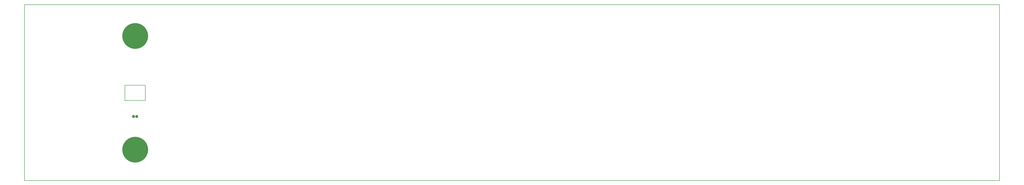
<source format=gbs>
G04*
G04 #@! TF.GenerationSoftware,Altium Limited,Altium Designer,19.0.10 (269)*
G04*
G04 Layer_Color=16711935*
%FSLAX25Y25*%
%MOIN*%
G70*
G01*
G75*
%ADD10C,0.00591*%
%ADD12C,0.40170*%
%ADD13C,0.04737*%
D10*
X195079Y163977D02*
X226575D01*
Y187599D01*
X195079D02*
X226575D01*
X195079Y163977D02*
Y187599D01*
X39370Y39370D02*
Y312992D01*
X1551181D01*
Y39370D02*
Y312992D01*
X39370Y39370D02*
X1551181D01*
D12*
X210827Y87205D02*
D03*
Y264371D02*
D03*
D13*
X213287Y138977D02*
D03*
X208366D02*
D03*
M02*

</source>
